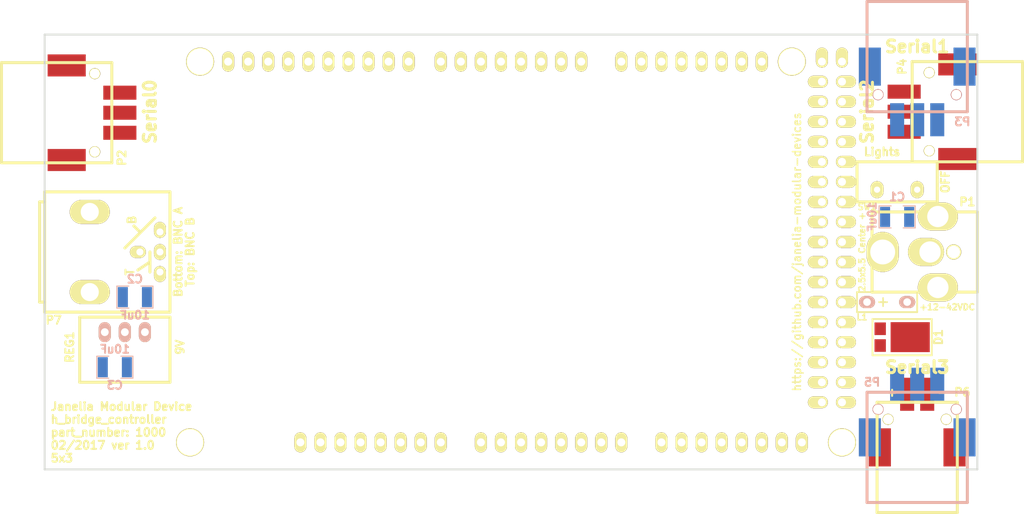
<source format=kicad_pcb>
(kicad_pcb (version 20170123) (host pcbnew no-vcs-found-7571~57~ubuntu16.04.1)

  (general
    (links 34)
    (no_connects 34)
    (area 93.230699 75.196699 211.569301 130.543301)
    (thickness 1.6)
    (drawings 16)
    (tracks 0)
    (zones 0)
    (modules 15)
    (nets 16)
  )

  (page A4)
  (title_block
    (title h_bridge_controller_5x3)
    (rev 1.0)
  )

  (layers
    (0 F.Cu signal)
    (31 B.Cu signal)
    (32 B.Adhes user)
    (33 F.Adhes user)
    (34 B.Paste user)
    (35 F.Paste user)
    (36 B.SilkS user)
    (37 F.SilkS user)
    (38 B.Mask user)
    (39 F.Mask user)
    (40 Dwgs.User user hide)
    (41 Cmts.User user)
    (42 Eco1.User user)
    (43 Eco2.User user)
    (44 Edge.Cuts user)
    (45 Margin user)
    (46 B.CrtYd user)
    (47 F.CrtYd user)
    (48 B.Fab user)
    (49 F.Fab user)
  )

  (setup
    (last_trace_width 0.254)
    (trace_clearance 0.0254)
    (zone_clearance 0.2032)
    (zone_45_only no)
    (trace_min 0.254)
    (segment_width 0.2286)
    (edge_width 0.2286)
    (via_size 0.889)
    (via_drill 0.635)
    (via_min_size 0.889)
    (via_min_drill 0.508)
    (uvia_size 0.508)
    (uvia_drill 0.127)
    (uvias_allowed no)
    (uvia_min_size 0.508)
    (uvia_min_drill 0.127)
    (pcb_text_width 0.3)
    (pcb_text_size 1.5 1.5)
    (mod_edge_width 0.381)
    (mod_text_size 1 1)
    (mod_text_width 0.15)
    (pad_size 1.016 4.4958)
    (pad_drill 0)
    (pad_to_mask_clearance 0)
    (aux_axis_origin 0 0)
    (visible_elements FFFFF77F)
    (pcbplotparams
      (layerselection 0x000f0_ffffffff)
      (usegerberextensions true)
      (excludeedgelayer false)
      (linewidth 0.100000)
      (plotframeref false)
      (viasonmask false)
      (mode 1)
      (useauxorigin false)
      (hpglpennumber 1)
      (hpglpenspeed 20)
      (hpglpendiameter 15)
      (psnegative false)
      (psa4output false)
      (plotreference true)
      (plotvalue true)
      (plotinvisibletext false)
      (padsonsilk false)
      (subtractmaskfromsilk true)
      (outputformat 1)
      (mirror false)
      (drillshape 0)
      (scaleselection 1)
      (outputdirectory gerbers/))
  )

  (net 0 "")
  (net 1 VAA)
  (net 2 GND)
  (net 3 /V_IN)
  (net 4 /TX3)
  (net 5 /BNC_A)
  (net 6 /BNC_B)
  (net 7 /RX0)
  (net 8 /TX0)
  (net 9 /RX3)
  (net 10 /TX2)
  (net 11 /RX2)
  (net 12 /TX1)
  (net 13 /RX1)
  (net 14 /LED_GND)
  (net 15 VCC)

  (net_class Default "This is the default net class."
    (clearance 0.0254)
    (trace_width 0.254)
    (via_dia 0.889)
    (via_drill 0.635)
    (uvia_dia 0.508)
    (uvia_drill 0.127)
    (diff_pair_gap 0.254)
    (diff_pair_width 0.254)
  )

  (net_class GND ""
    (clearance 0.1016)
    (trace_width 0.4064)
    (via_dia 0.889)
    (via_drill 0.635)
    (uvia_dia 0.508)
    (uvia_drill 0.127)
    (diff_pair_gap 0.254)
    (diff_pair_width 0.254)
    (add_net /LED_GND)
    (add_net GND)
  )

  (net_class LEDPOWER ""
    (clearance 0.254)
    (trace_width 0.6096)
    (via_dia 0.889)
    (via_drill 0.635)
    (uvia_dia 0.508)
    (uvia_drill 0.127)
    (diff_pair_gap 0.254)
    (diff_pair_width 0.254)
  )

  (net_class POWER ""
    (clearance 0.254)
    (trace_width 0.8128)
    (via_dia 0.889)
    (via_drill 0.635)
    (uvia_dia 0.508)
    (uvia_drill 0.127)
    (diff_pair_gap 0.254)
    (diff_pair_width 0.254)
    (add_net /V_IN)
    (add_net VAA)
    (add_net VCC)
  )

  (net_class SIGNAL ""
    (clearance 0.1016)
    (trace_width 0.4064)
    (via_dia 0.889)
    (via_drill 0.635)
    (uvia_dia 0.508)
    (uvia_drill 0.127)
    (diff_pair_gap 0.254)
    (diff_pair_width 0.254)
    (add_net /BNC_A)
    (add_net /BNC_B)
    (add_net /RX0)
    (add_net /RX1)
    (add_net /RX2)
    (add_net /RX3)
    (add_net /TX0)
    (add_net /TX1)
    (add_net /TX2)
    (add_net /TX3)
  )

  (net_class SUPERPOWER ""
    (clearance 0.254)
    (trace_width 1.2192)
    (via_dia 0.889)
    (via_drill 0.635)
    (uvia_dia 0.508)
    (uvia_drill 0.127)
    (diff_pair_gap 0.254)
    (diff_pair_width 0.254)
  )

  (module h_bridge_controller_5x3:ARDUINO_MEGA_SHIELD (layer F.Cu) (tedit 56D06BD8) (tstamp 5488C98D)
    (at 97.79 129.54)
    (path /54AD3990)
    (fp_text reference ARDUINO1 (at 26.035 -41.275) (layer F.SilkS) hide
      (effects (font (thickness 0.3048)))
    )
    (fp_text value ARDUINO_MEGA (at 25.4 -38.1) (layer F.SilkS) hide
      (effects (font (thickness 0.3048)))
    )
    (fp_circle (center 66.04 -7.62) (end 66.04 -9.525) (layer Dwgs.User) (width 0.381))
    (fp_circle (center 66.04 -35.56) (end 66.04 -37.465) (layer Dwgs.User) (width 0.381))
    (fp_text user USB (at 3.81 -38.1) (layer F.SilkS) hide
      (effects (font (thickness 0.3048)))
    )
    (fp_line (start 62.23 -24.13) (end 67.31 -24.13) (layer Dwgs.User) (width 0.381))
    (fp_line (start 67.31 -24.13) (end 67.31 -31.75) (layer Dwgs.User) (width 0.381))
    (fp_line (start 67.31 -31.75) (end 62.23 -31.75) (layer Dwgs.User) (width 0.381))
    (fp_line (start 62.23 -31.75) (end 62.23 -24.13) (layer Dwgs.User) (width 0.381))
    (fp_line (start 14.605 -43.815) (end 14.605 -48.26) (layer Dwgs.User) (width 0.381))
    (fp_line (start 17.145 -48.895) (end 22.225 -48.895) (layer Dwgs.User) (width 0.381))
    (fp_line (start 22.225 -48.895) (end 22.225 -43.815) (layer Dwgs.User) (width 0.381))
    (fp_line (start 22.225 -43.815) (end 14.605 -43.815) (layer Dwgs.User) (width 0.381))
    (fp_circle (center 74.295 -27.94) (end 74.295 -31.115) (layer Dwgs.User) (width 0.381))
    (fp_line (start -6.35 -31.75) (end -6.35 -44.45) (layer Dwgs.User) (width 0.381))
    (fp_line (start -6.35 -44.45) (end 9.525 -44.45) (layer Dwgs.User) (width 0.381))
    (fp_line (start 9.525 -44.45) (end 9.525 -31.75) (layer Dwgs.User) (width 0.381))
    (fp_line (start 9.525 -31.75) (end -6.35 -31.75) (layer Dwgs.User) (width 0.381))
    (fp_line (start 66.04 -0.635) (end 66.04 0) (layer Dwgs.User) (width 0.381))
    (fp_line (start 67.31 -3.81) (end 68.58 -5.08) (layer Dwgs.User) (width 0.381))
    (fp_line (start -2.54 -3.175) (end -2.54 -13.335) (layer Dwgs.User) (width 0.381))
    (fp_line (start -2.54 -13.335) (end 11.43 -13.335) (layer Dwgs.User) (width 0.381))
    (fp_line (start 11.43 -13.335) (end 11.43 -3.175) (layer Dwgs.User) (width 0.381))
    (fp_line (start 11.43 -3.175) (end -2.54 -3.175) (layer Dwgs.User) (width 0.381))
    (fp_line (start 64.77 -53.34) (end 66.04 -52.07) (layer Dwgs.User) (width 0.381))
    (fp_line (start 66.04 -52.07) (end 66.04 -40.64) (layer Dwgs.User) (width 0.381))
    (fp_line (start 66.04 -40.64) (end 68.58 -38.1) (layer Dwgs.User) (width 0.381))
    (fp_line (start 68.58 -38.1) (end 68.58 -5.08) (layer Dwgs.User) (width 0.381))
    (fp_line (start 0 0) (end 0 -53.34) (layer Dwgs.User) (width 0.381))
    (fp_line (start 0 -53.34) (end 96.52 -53.34) (layer Dwgs.User) (width 0.381))
    (fp_line (start 96.52 -53.34) (end 99.06 -50.8) (layer Dwgs.User) (width 0.381))
    (fp_line (start 99.06 -50.8) (end 99.06 -40.64) (layer Dwgs.User) (width 0.381))
    (fp_line (start 99.06 -40.64) (end 101.6 -38.1) (layer Dwgs.User) (width 0.381))
    (fp_line (start 101.6 -38.1) (end 101.6 -3.81) (layer Dwgs.User) (width 0.381))
    (fp_line (start 101.6 -3.81) (end 99.06 -1.27) (layer Dwgs.User) (width 0.381))
    (fp_line (start 99.06 -1.27) (end 99.06 0) (layer Dwgs.User) (width 0.381))
    (fp_line (start 99.06 0) (end 0 0) (layer Dwgs.User) (width 0.381))
    (pad "" thru_hole circle (at 13.97 -2.54) (size 3.556 3.556) (drill 3.302) (layers *.Cu *.Mask F.SilkS)
      (solder_mask_margin 0.1016) (clearance 0.1016))
    (pad "" thru_hole circle (at 15.24 -50.8) (size 3.556 3.556) (drill 3.302) (layers *.Cu *.Mask F.SilkS)
      (solder_mask_margin 0.1016) (clearance 0.1016))
    (pad "" thru_hole circle (at 96.52 -2.54) (size 3.556 3.556) (drill 3.302) (layers *.Cu *.Mask F.SilkS)
      (solder_mask_margin 0.1016) (clearance 0.1016))
    (pad "" thru_hole circle (at 90.17 -50.8) (size 3.556 3.556) (drill 3.302) (layers *.Cu *.Mask F.SilkS)
      (solder_mask_margin 0.1016) (clearance 0.1016))
    (pad NC thru_hole oval (at 27.94 -2.54 90) (size 2.54 1.524) (drill 1.016) (layers *.Cu *.Mask F.SilkS))
    (pad IREF thru_hole oval (at 30.48 -2.54 90) (size 2.54 1.524) (drill 1.016) (layers *.Cu *.Mask F.SilkS))
    (pad RST thru_hole oval (at 33.02 -2.54 90) (size 2.54 1.524) (drill 1.016) (layers *.Cu *.Mask F.SilkS))
    (pad 3V3 thru_hole oval (at 35.56 -2.54 90) (size 2.54 1.524) (drill 1.016) (layers *.Cu *.Mask F.SilkS))
    (pad 5V_1 thru_hole oval (at 38.1 -2.54 90) (size 2.54 1.524) (drill 1.016) (layers *.Cu *.Mask F.SilkS))
    (pad GND1 thru_hole oval (at 40.64 -2.54 90) (size 2.54 1.524) (drill 1.016) (layers *.Cu *.Mask F.SilkS)
      (net 2 GND))
    (pad GND2 thru_hole oval (at 43.18 -2.54 90) (size 2.54 1.524) (drill 1.016) (layers *.Cu *.Mask F.SilkS)
      (net 2 GND))
    (pad V_IN thru_hole oval (at 45.72 -2.54 90) (size 2.54 1.524) (drill 1.016) (layers *.Cu *.Mask F.SilkS)
      (net 3 /V_IN))
    (pad A0 thru_hole oval (at 50.8 -2.54 90) (size 2.54 1.524) (drill 1.016) (layers *.Cu *.Mask F.SilkS))
    (pad A1 thru_hole oval (at 53.34 -2.54 90) (size 2.54 1.524) (drill 1.016) (layers *.Cu *.Mask F.SilkS))
    (pad A2 thru_hole oval (at 55.88 -2.54 90) (size 2.54 1.524) (drill 1.016) (layers *.Cu *.Mask F.SilkS))
    (pad A3 thru_hole oval (at 58.42 -2.54 90) (size 2.54 1.524) (drill 1.016) (layers *.Cu *.Mask F.SilkS))
    (pad A4 thru_hole oval (at 60.96 -2.54 90) (size 2.54 1.524) (drill 1.016) (layers *.Cu *.Mask F.SilkS))
    (pad A5 thru_hole oval (at 63.5 -2.54 90) (size 2.54 1.524) (drill 1.016) (layers *.Cu *.Mask F.SilkS))
    (pad A6 thru_hole oval (at 66.04 -2.54 90) (size 2.54 1.524) (drill 1.016) (layers *.Cu *.Mask F.SilkS))
    (pad A7 thru_hole oval (at 68.58 -2.54 90) (size 2.54 1.524) (drill 1.016) (layers *.Cu *.Mask F.SilkS))
    (pad A8 thru_hole oval (at 73.66 -2.54 90) (size 2.54 1.524) (drill 1.016) (layers *.Cu *.Mask F.SilkS))
    (pad A9 thru_hole oval (at 76.2 -2.54 90) (size 2.54 1.524) (drill 1.016) (layers *.Cu *.Mask F.SilkS))
    (pad A10 thru_hole oval (at 78.74 -2.54 90) (size 2.54 1.524) (drill 1.016) (layers *.Cu *.Mask F.SilkS))
    (pad A11 thru_hole oval (at 81.28 -2.54 90) (size 2.54 1.524) (drill 1.016) (layers *.Cu *.Mask F.SilkS))
    (pad A12 thru_hole oval (at 83.82 -2.54 90) (size 2.54 1.524) (drill 1.016) (layers *.Cu *.Mask F.SilkS))
    (pad A13 thru_hole oval (at 86.36 -2.54 90) (size 2.54 1.524) (drill 1.016) (layers *.Cu *.Mask F.SilkS))
    (pad A14 thru_hole oval (at 88.9 -2.54 90) (size 2.54 1.524) (drill 1.016) (layers *.Cu *.Mask F.SilkS))
    (pad A15 thru_hole oval (at 91.44 -2.54 90) (size 2.54 1.524) (drill 1.016) (layers *.Cu *.Mask F.SilkS))
    (pad 21B thru_hole oval (at 18.796 -50.8 90) (size 2.54 1.524) (drill 1.016) (layers *.Cu *.Mask F.SilkS))
    (pad 20B thru_hole oval (at 21.336 -50.8 90) (size 2.54 1.524) (drill 1.016) (layers *.Cu *.Mask F.SilkS))
    (pad AREF thru_hole oval (at 23.876 -50.8 90) (size 2.54 1.524) (drill 1.016) (layers *.Cu *.Mask F.SilkS))
    (pad GND3 thru_hole oval (at 26.416 -50.8 90) (size 2.54 1.524) (drill 1.016) (layers *.Cu *.Mask F.SilkS))
    (pad 13 thru_hole oval (at 28.956 -50.8 90) (size 2.54 1.524) (drill 1.016) (layers *.Cu *.Mask F.SilkS))
    (pad 12 thru_hole oval (at 31.496 -50.8 90) (size 2.54 1.524) (drill 1.016) (layers *.Cu *.Mask F.SilkS))
    (pad 11 thru_hole oval (at 34.036 -50.8 90) (size 2.54 1.524) (drill 1.016) (layers *.Cu *.Mask F.SilkS))
    (pad 10 thru_hole oval (at 36.576 -50.8 90) (size 2.54 1.524) (drill 1.016) (layers *.Cu *.Mask F.SilkS))
    (pad 9 thru_hole oval (at 39.116 -50.8 90) (size 2.54 1.524) (drill 1.016) (layers *.Cu *.Mask F.SilkS))
    (pad 8 thru_hole oval (at 41.656 -50.8 90) (size 2.54 1.524) (drill 1.016) (layers *.Cu *.Mask F.SilkS))
    (pad 7 thru_hole oval (at 45.72 -50.8 90) (size 2.54 1.524) (drill 1.016) (layers *.Cu *.Mask F.SilkS))
    (pad 0 thru_hole oval (at 63.5 -50.8 90) (size 2.54 1.524) (drill 1.016) (layers *.Cu *.Mask F.SilkS)
      (net 7 /RX0))
    (pad 1 thru_hole oval (at 60.96 -50.8 90) (size 2.54 1.524) (drill 1.016) (layers *.Cu *.Mask F.SilkS)
      (net 8 /TX0))
    (pad 2 thru_hole oval (at 58.42 -50.8 90) (size 2.54 1.524) (drill 1.016) (layers *.Cu *.Mask F.SilkS)
      (net 5 /BNC_A))
    (pad 3 thru_hole oval (at 55.88 -50.8 90) (size 2.54 1.524) (drill 1.016) (layers *.Cu *.Mask F.SilkS)
      (net 6 /BNC_B))
    (pad 4 thru_hole oval (at 53.34 -50.8 90) (size 2.54 1.524) (drill 1.016) (layers *.Cu *.Mask F.SilkS))
    (pad 5 thru_hole oval (at 50.8 -50.8 90) (size 2.54 1.524) (drill 1.016) (layers *.Cu *.Mask F.SilkS))
    (pad 6 thru_hole oval (at 48.26 -50.8 90) (size 2.54 1.524) (drill 1.016) (layers *.Cu *.Mask F.SilkS))
    (pad 14 thru_hole oval (at 68.58 -50.8 90) (size 2.54 1.524) (drill 1.016) (layers *.Cu *.Mask F.SilkS)
      (net 4 /TX3))
    (pad 15 thru_hole oval (at 71.12 -50.8 90) (size 2.54 1.524) (drill 1.016) (layers *.Cu *.Mask F.SilkS)
      (net 9 /RX3))
    (pad 16 thru_hole oval (at 73.66 -50.8 90) (size 2.54 1.524) (drill 1.016) (layers *.Cu *.Mask F.SilkS)
      (net 10 /TX2))
    (pad 17 thru_hole oval (at 76.2 -50.8 90) (size 2.54 1.524) (drill 1.016) (layers *.Cu *.Mask F.SilkS)
      (net 11 /RX2))
    (pad 18 thru_hole oval (at 78.74 -50.8 90) (size 2.54 1.524) (drill 1.016) (layers *.Cu *.Mask F.SilkS)
      (net 12 /TX1))
    (pad 19 thru_hole oval (at 81.28 -50.8 90) (size 2.54 1.524) (drill 1.016) (layers *.Cu *.Mask F.SilkS)
      (net 13 /RX1))
    (pad 20 thru_hole oval (at 83.82 -50.8 90) (size 2.54 1.524) (drill 1.016) (layers *.Cu *.Mask F.SilkS))
    (pad 21 thru_hole oval (at 86.36 -50.8 90) (size 2.54 1.524) (drill 1.016) (layers *.Cu *.Mask F.SilkS))
    (pad 5V_4 thru_hole oval (at 93.98 -50.8 90) (size 2.54 1.524) (drill 1.016 (offset 0.508 0)) (layers *.Cu *.Mask F.SilkS))
    (pad 5V_5 thru_hole oval (at 96.52 -50.8 90) (size 2.54 1.524) (drill 1.016 (offset 0.508 0)) (layers *.Cu *.Mask F.SilkS))
    (pad 22 thru_hole oval (at 93.98 -48.26 90) (size 1.524 2.54) (drill 1.016 (offset 0 -0.508)) (layers *.Cu *.Mask F.SilkS))
    (pad 23 thru_hole oval (at 96.52 -48.26 90) (size 1.524 2.54) (drill 1.016 (offset 0 0.508)) (layers *.Cu *.Mask F.SilkS))
    (pad 24 thru_hole oval (at 93.98 -45.72 90) (size 1.524 2.54) (drill 1.016 (offset 0 -0.508)) (layers *.Cu *.Mask F.SilkS))
    (pad 25 thru_hole oval (at 96.52 -45.72 90) (size 1.524 2.54) (drill 1.016 (offset 0 0.508)) (layers *.Cu *.Mask F.SilkS))
    (pad 26 thru_hole oval (at 93.98 -43.18 90) (size 1.524 2.54) (drill 1.016 (offset 0 -0.508)) (layers *.Cu *.Mask F.SilkS))
    (pad 27 thru_hole oval (at 96.52 -43.18 90) (size 1.524 2.54) (drill 1.016 (offset 0 0.508)) (layers *.Cu *.Mask F.SilkS))
    (pad 28 thru_hole oval (at 93.98 -40.64 90) (size 1.524 2.54) (drill 1.016 (offset 0 -0.508)) (layers *.Cu *.Mask F.SilkS))
    (pad 29 thru_hole oval (at 96.52 -40.64 90) (size 1.524 2.54) (drill 1.016 (offset 0 0.508)) (layers *.Cu *.Mask F.SilkS))
    (pad 30 thru_hole oval (at 93.98 -38.1 90) (size 1.524 2.54) (drill 1.016 (offset 0 -0.508)) (layers *.Cu *.Mask F.SilkS))
    (pad 31 thru_hole oval (at 96.52 -38.1 90) (size 1.524 2.54) (drill 1.016 (offset 0 0.508)) (layers *.Cu *.Mask F.SilkS))
    (pad 32 thru_hole oval (at 93.98 -35.56 90) (size 1.524 2.54) (drill 1.016 (offset 0 -0.508)) (layers *.Cu *.Mask F.SilkS))
    (pad 33 thru_hole oval (at 96.52 -35.56 90) (size 1.524 2.54) (drill 1.016 (offset 0 0.508)) (layers *.Cu *.Mask F.SilkS))
    (pad 34 thru_hole oval (at 93.98 -33.02 90) (size 1.524 2.54) (drill 1.016 (offset 0 -0.508)) (layers *.Cu *.Mask F.SilkS))
    (pad 35 thru_hole oval (at 96.52 -33.02 90) (size 1.524 2.54) (drill 1.016 (offset 0 0.508)) (layers *.Cu *.Mask F.SilkS))
    (pad 36 thru_hole oval (at 93.98 -30.48 90) (size 1.524 2.54) (drill 1.016 (offset 0 -0.508)) (layers *.Cu *.Mask F.SilkS))
    (pad 37 thru_hole oval (at 96.52 -30.48 90) (size 1.524 2.54) (drill 1.016 (offset 0 0.508)) (layers *.Cu *.Mask F.SilkS))
    (pad 38 thru_hole oval (at 93.98 -27.94 90) (size 1.524 2.54) (drill 1.016 (offset 0 -0.508)) (layers *.Cu *.Mask F.SilkS))
    (pad 39 thru_hole oval (at 96.52 -27.94 90) (size 1.524 2.54) (drill 1.016 (offset 0 0.508)) (layers *.Cu *.Mask F.SilkS))
    (pad 40 thru_hole oval (at 93.98 -25.4 90) (size 1.524 2.54) (drill 1.016 (offset 0 -0.508)) (layers *.Cu *.Mask F.SilkS))
    (pad 41 thru_hole oval (at 96.52 -25.4 90) (size 1.524 2.54) (drill 1.016 (offset 0 0.508)) (layers *.Cu *.Mask F.SilkS))
    (pad 42 thru_hole oval (at 93.98 -22.86 90) (size 1.524 2.54) (drill 1.016 (offset 0 -0.508)) (layers *.Cu *.Mask F.SilkS))
    (pad 43 thru_hole oval (at 96.52 -22.86 90) (size 1.524 2.54) (drill 1.016 (offset 0 0.508)) (layers *.Cu *.Mask F.SilkS))
    (pad 44 thru_hole oval (at 93.98 -20.32 90) (size 1.524 2.54) (drill 1.016 (offset 0 -0.508)) (layers *.Cu *.Mask F.SilkS))
    (pad 45 thru_hole oval (at 96.52 -20.32 90) (size 1.524 2.54) (drill 1.016 (offset 0 0.508)) (layers *.Cu *.Mask F.SilkS))
    (pad 46 thru_hole oval (at 93.98 -17.78 90) (size 1.524 2.54) (drill 1.016 (offset 0 -0.508)) (layers *.Cu *.Mask F.SilkS))
    (pad 47 thru_hole oval (at 96.52 -17.78 90) (size 1.524 2.54) (drill 1.016 (offset 0 0.508)) (layers *.Cu *.Mask F.SilkS))
    (pad 48 thru_hole oval (at 93.98 -15.24 90) (size 1.524 2.54) (drill 1.016 (offset 0 -0.508)) (layers *.Cu *.Mask F.SilkS))
    (pad 49 thru_hole oval (at 96.52 -15.24 90) (size 1.524 2.54) (drill 1.016 (offset 0 0.508)) (layers *.Cu *.Mask F.SilkS))
    (pad 50 thru_hole oval (at 93.98 -12.7 90) (size 1.524 2.54) (drill 1.016 (offset 0 -0.508)) (layers *.Cu *.Mask F.SilkS))
    (pad 51 thru_hole oval (at 96.52 -12.7 90) (size 1.524 2.54) (drill 1.016 (offset 0 0.508)) (layers *.Cu *.Mask F.SilkS))
    (pad 52 thru_hole oval (at 93.98 -10.16 90) (size 1.524 2.54) (drill 1.016 (offset 0 -0.508)) (layers *.Cu *.Mask F.SilkS))
    (pad 53 thru_hole oval (at 96.52 -10.16 90) (size 1.524 2.54) (drill 1.016 (offset 0 0.508)) (layers *.Cu *.Mask F.SilkS))
    (pad GND4 thru_hole oval (at 93.98 -7.62 90) (size 1.524 2.54) (drill 1.016 (offset 0 -0.508)) (layers *.Cu *.Mask F.SilkS))
    (pad GND5 thru_hole oval (at 96.52 -7.62 90) (size 1.524 2.54) (drill 1.016 (offset 0 0.508)) (layers *.Cu *.Mask F.SilkS))
  )

  (module h_bridge_controller_5x3:DC_DC_CONV_R78C (layer F.Cu) (tedit 587928A4) (tstamp 5480CA49)
    (at 103.505 113.03 180)
    (path /58790DAF)
    (fp_text reference REG1 (at 6.985 -1.905 270) (layer F.SilkS)
      (effects (font (size 1.016 1.016) (thickness 0.254)))
    )
    (fp_text value CONV_DC_DC_9V_1A (at 6.858 -2.286 270) (layer F.SilkS) hide
      (effects (font (size 1.016 1.016) (thickness 0.254)))
    )
    (fp_line (start 5.715 1.905) (end 5.715 -6.35) (layer F.SilkS) (width 0.381))
    (fp_line (start 5.715 -6.35) (end -5.715 -6.35) (layer F.SilkS) (width 0.381))
    (fp_line (start -5.715 -6.35) (end -5.715 1.905) (layer F.SilkS) (width 0.381))
    (fp_line (start -5.715 1.905) (end 5.715 1.905) (layer F.SilkS) (width 0.381))
    (pad 2 thru_hole oval (at 0 0 180) (size 1.524 2.54) (drill 0.9906) (layers *.Cu *.SilkS *.Mask)
      (net 2 GND))
    (pad 3 thru_hole oval (at 2.54 0 180) (size 1.524 2.54) (drill 0.9906) (layers *.Cu *.SilkS *.Mask)
      (net 3 /V_IN))
    (pad 1 thru_hole oval (at -2.54 0 180) (size 1.524 2.54) (drill 0.9906) (layers *.Cu *.SilkS *.Mask)
      (net 1 VAA))
  )

  (module h_bridge_controller_5x3:DCJACK_2PIN_HIGHCURRENT (layer F.Cu) (tedit 58792818) (tstamp 5480C9FD)
    (at 211.455 102.87 270)
    (path /5488FCDE)
    (fp_text reference P1 (at -6.35 1.27) (layer F.SilkS)
      (effects (font (size 1.016 1.016) (thickness 0.254)))
    )
    (fp_text value PWR_JACK_2.5x5.5 (at -6.35 10.795) (layer F.SilkS) hide
      (effects (font (size 1.016 1.016) (thickness 0.254)))
    )
    (fp_line (start -5.08 13.335) (end 5.08 13.335) (layer F.SilkS) (width 0.381))
    (fp_line (start 5.08 13.335) (end 5.08 0) (layer F.SilkS) (width 0.381))
    (fp_line (start -5.08 13.335) (end -5.08 0) (layer F.SilkS) (width 0.381))
    (fp_line (start -5.08 0) (end 5.08 0) (layer F.SilkS) (width 0.381))
    (pad "" thru_hole circle (at 0 2.9972 270) (size 1.9304 1.9304) (drill 1.6002) (layers *.Cu *.Mask F.SilkS))
    (pad 2 thru_hole oval (at 0 5.9944 270) (size 3.556 4.572) (drill 2.6924 (offset 0 0.508)) (layers *.Cu *.Mask F.SilkS)
      (net 2 GND))
    (pad 1 thru_hole oval (at 0 11.9888 270) (size 5.08 4.064) (drill 3.1496) (layers *.Cu *.Mask F.SilkS)
      (net 1 VAA))
    (pad "" thru_hole oval (at -4.4958 5.0038 270) (size 3.556 5.08) (drill 2.6924) (layers *.Cu *.Mask F.SilkS))
    (pad "" thru_hole oval (at 4.4958 5.0038 270) (size 3.556 5.08) (drill 2.6924) (layers *.Cu *.Mask F.SilkS))
  )

  (module h_bridge_controller_5x3:BNC_DOUBLE (layer F.Cu) (tedit 5879288C) (tstamp 56CF966E)
    (at 99.06 102.87 90)
    (path /54ADBC63)
    (fp_text reference P7 (at -8.636 -4.572) (layer F.SilkS)
      (effects (font (size 1.016 1.016) (thickness 0.254)))
    )
    (fp_text value BNC_DOUBLE_RA (at -8.636 0 180) (layer F.SilkS) hide
      (effects (font (size 1.016 1.016) (thickness 0.254)))
    )
    (fp_text user "Top: BNC B" (at 0 12.7 90) (layer F.SilkS)
      (effects (font (size 1.016 1.016) (thickness 0.254)))
    )
    (fp_text user "Bottom: BNC A" (at 0 11.176 90) (layer F.SilkS)
      (effects (font (size 1.016 1.016) (thickness 0.254)))
    )
    (fp_line (start 2.54 6.35) (end 3.302 5.588) (layer F.SilkS) (width 0.381))
    (fp_line (start -1.27 7.62) (end -2.286 6.096) (layer F.SilkS) (width 0.381))
    (fp_line (start -6.35 -5.715) (end -6.35 -6.35) (layer F.SilkS) (width 0.381))
    (fp_line (start -6.35 -6.35) (end 6.35 -6.35) (layer F.SilkS) (width 0.381))
    (fp_line (start 6.35 -6.35) (end 6.35 -5.715) (layer F.SilkS) (width 0.381))
    (fp_line (start -7.62 -5.715) (end -7.62 10.16) (layer F.SilkS) (width 0.381))
    (fp_line (start -7.62 10.16) (end 7.62 10.16) (layer F.SilkS) (width 0.381))
    (fp_line (start 7.62 10.16) (end 7.62 -5.715) (layer F.SilkS) (width 0.381))
    (fp_line (start 7.62 -5.715) (end -7.62 -5.715) (layer F.SilkS) (width 0.381))
    (fp_text user B (at 4.064 5.334 90) (layer F.SilkS)
      (effects (font (size 1.016 1.016) (thickness 0.254)))
    )
    (fp_line (start 4.318 8.255) (end 0.508 4.445) (layer F.SilkS) (width 0.381))
    (fp_text user T (at -2.54 5.08 90) (layer F.SilkS)
      (effects (font (size 1.016 1.016) (thickness 0.254)))
    )
    (fp_line (start 0 7.62) (end -2.54 7.62) (layer F.SilkS) (width 0.381))
    (pad "" thru_hole oval (at -5.08 0 90) (size 3.048 5.08) (drill 2.286) (layers *.Cu *.Mask F.SilkS))
    (pad "" thru_hole oval (at 5.08 0 90) (size 3.048 5.08) (drill 2.286) (layers *.Cu *.Mask F.SilkS))
    (pad 1 thru_hole oval (at 0 6.35 90) (size 1.524 2.032) (drill 0.889 (offset 0 -0.254)) (layers *.Cu *.Mask F.SilkS)
      (net 5 /BNC_A))
    (pad 3 thru_hole oval (at 0 8.89 90) (size 2.032 1.524) (drill 0.889) (layers *.Cu *.Mask F.SilkS)
      (net 6 /BNC_B))
    (pad 2 thru_hole oval (at 2.54 8.89 90) (size 2.032 1.524) (drill 0.889 (offset 0.254 0)) (layers *.Cu *.Mask F.SilkS)
      (net 2 GND))
    (pad 4 thru_hole oval (at -2.54 8.89 90) (size 2.032 1.524) (drill 0.889 (offset -0.254 0)) (layers *.Cu *.Mask F.SilkS)
      (net 2 GND))
  )

  (module h_bridge_controller_5x3:SPST_SLIDE_AS (layer F.Cu) (tedit 58792865) (tstamp 56CFA2C6)
    (at 201.295 93.98 90)
    (path /56CFEB9B)
    (fp_text reference SW1 (at -3.175 -3.81 180) (layer F.SilkS)
      (effects (font (size 0.762 0.762) (thickness 0.1905)))
    )
    (fp_text value SPST_SLIDE_AS (at 3.81 0 180) (layer F.SilkS) hide
      (effects (font (size 1.016 1.016) (thickness 0.254)))
    )
    (fp_text user OFF (at 0 6.096 90) (layer F.SilkS)
      (effects (font (size 1.016 1.016) (thickness 0.254)))
    )
    (fp_text user ON (at 0 -5.969 90) (layer F.SilkS) hide
      (effects (font (size 1.016 1.016) (thickness 0.254)))
    )
    (fp_line (start -2.54 -5.08) (end 2.54 -5.08) (layer F.SilkS) (width 0.381))
    (fp_line (start 2.54 -5.08) (end 2.54 5.08) (layer F.SilkS) (width 0.381))
    (fp_line (start 2.54 5.08) (end -2.54 5.08) (layer F.SilkS) (width 0.381))
    (fp_line (start -2.54 5.08) (end -2.54 -5.08) (layer F.SilkS) (width 0.381))
    (pad 1 thru_hole oval (at -0.9906 -2.54 90) (size 2.159 1.651) (drill 0.7874) (layers *.Cu *.Mask F.SilkS)
      (net 2 GND))
    (pad 3 thru_hole oval (at -0.9906 2.54 90) (size 2.159 1.651) (drill 0.7874) (layers *.Cu *.Mask F.SilkS)
      (net 14 /LED_GND))
  )

  (module h_bridge_controller_5x3:Header_3_Pin_SMD_RA (layer F.Cu) (tedit 56D07500) (tstamp 56CF961B)
    (at 96.139 85.217 90)
    (path /56CE8FE8)
    (fp_text reference P2 (at -5.715 6.985 90) (layer F.SilkS)
      (effects (font (size 1.016 1.016) (thickness 0.254)))
    )
    (fp_text value HEADER_01X03_SMD_RA (at 0.635 -3.81 90) (layer F.SilkS) hide
      (effects (font (thickness 0.3048)))
    )
    (fp_line (start -6.35 -8.255) (end 6.35 -8.255) (layer F.SilkS) (width 0.381))
    (fp_line (start 6.35 -8.255) (end 6.35 5.715) (layer F.SilkS) (width 0.381))
    (fp_line (start -6.35 -8.255) (end -6.35 5.715) (layer F.SilkS) (width 0.381))
    (fp_line (start -6.35 5.715) (end 6.35 5.715) (layer F.SilkS) (width 0.381))
    (pad 1 smd rect (at -2.54 6.731 90) (size 1.778 4.191) (layers F.Cu F.Paste F.Mask)
      (net 7 /RX0))
    (pad 2 smd rect (at 0 6.731 90) (size 1.778 4.191) (layers F.Cu F.Paste F.Mask)
      (net 2 GND))
    (pad 3 smd rect (at 2.54 6.731 90) (size 1.778 4.191) (layers F.Cu F.Paste F.Mask)
      (net 8 /TX0))
    (pad "" thru_hole circle (at -4.953 3.556 90) (size 1.397 1.397) (drill 1.1938) (layers *.Cu *.Mask F.SilkS)
      (solder_mask_margin 0.1016) (clearance 0.1016))
    (pad "" thru_hole circle (at 4.953 3.556 90) (size 1.397 1.397) (drill 1.1938) (layers *.Cu *.Mask F.SilkS)
      (solder_mask_margin 0.1016) (clearance 0.1016))
    (pad "" smd rect (at -5.9944 0 90) (size 2.794 4.826) (layers F.Cu F.Paste F.Mask)
      (solder_mask_margin 0.1016) (clearance 0.1016))
    (pad "" smd rect (at 5.9944 0 90) (size 2.794 4.826) (layers F.Cu F.Paste F.Mask)
      (solder_mask_margin 0.1016) (clearance 0.1016))
  )

  (module h_bridge_controller_5x3:Header_3_Pin_SMD_RA (layer B.Cu) (tedit 56D07500) (tstamp 56CF962C)
    (at 203.835 79.375 180)
    (path /56CEA77A)
    (fp_text reference P3 (at -5.715 -6.985 180) (layer B.SilkS)
      (effects (font (size 1.016 1.016) (thickness 0.254)) (justify mirror))
    )
    (fp_text value HEADER_01X03_SMD_RA (at 0.635 3.81 180) (layer B.SilkS) hide
      (effects (font (thickness 0.3048)) (justify mirror))
    )
    (fp_line (start -6.35 8.255) (end 6.35 8.255) (layer B.SilkS) (width 0.381))
    (fp_line (start 6.35 8.255) (end 6.35 -5.715) (layer B.SilkS) (width 0.381))
    (fp_line (start -6.35 8.255) (end -6.35 -5.715) (layer B.SilkS) (width 0.381))
    (fp_line (start -6.35 -5.715) (end 6.35 -5.715) (layer B.SilkS) (width 0.381))
    (pad 1 smd rect (at -2.54 -6.731 180) (size 1.778 4.191) (layers B.Cu B.Paste B.Mask)
      (net 13 /RX1))
    (pad 2 smd rect (at 0 -6.731 180) (size 1.778 4.191) (layers B.Cu B.Paste B.Mask)
      (net 2 GND))
    (pad 3 smd rect (at 2.54 -6.731 180) (size 1.778 4.191) (layers B.Cu B.Paste B.Mask)
      (net 12 /TX1))
    (pad "" thru_hole circle (at -4.953 -3.556 180) (size 1.397 1.397) (drill 1.1938) (layers *.Cu *.Mask B.SilkS)
      (solder_mask_margin 0.1016) (clearance 0.1016))
    (pad "" thru_hole circle (at 4.953 -3.556 180) (size 1.397 1.397) (drill 1.1938) (layers *.Cu *.Mask B.SilkS)
      (solder_mask_margin 0.1016) (clearance 0.1016))
    (pad "" smd rect (at -5.9944 0 180) (size 2.794 4.826) (layers B.Cu B.Paste B.Mask)
      (solder_mask_margin 0.1016) (clearance 0.1016))
    (pad "" smd rect (at 5.9944 0 180) (size 2.794 4.826) (layers B.Cu B.Paste B.Mask)
      (solder_mask_margin 0.1016) (clearance 0.1016))
  )

  (module h_bridge_controller_5x3:Header_3_Pin_SMD_RA (layer F.Cu) (tedit 56D07500) (tstamp 56CF963D)
    (at 208.915 85.09 270)
    (path /56CEA9F2)
    (fp_text reference P4 (at -5.715 6.985 270) (layer F.SilkS)
      (effects (font (size 1.016 1.016) (thickness 0.254)))
    )
    (fp_text value HEADER_01X03_SMD_RA (at 0.635 -3.81 270) (layer F.SilkS) hide
      (effects (font (thickness 0.3048)))
    )
    (fp_line (start -6.35 -8.255) (end 6.35 -8.255) (layer F.SilkS) (width 0.381))
    (fp_line (start 6.35 -8.255) (end 6.35 5.715) (layer F.SilkS) (width 0.381))
    (fp_line (start -6.35 -8.255) (end -6.35 5.715) (layer F.SilkS) (width 0.381))
    (fp_line (start -6.35 5.715) (end 6.35 5.715) (layer F.SilkS) (width 0.381))
    (pad 1 smd rect (at -2.54 6.731 270) (size 1.778 4.191) (layers F.Cu F.Paste F.Mask)
      (net 11 /RX2))
    (pad 2 smd rect (at 0 6.731 270) (size 1.778 4.191) (layers F.Cu F.Paste F.Mask)
      (net 2 GND))
    (pad 3 smd rect (at 2.54 6.731 270) (size 1.778 4.191) (layers F.Cu F.Paste F.Mask)
      (net 10 /TX2))
    (pad "" thru_hole circle (at -4.953 3.556 270) (size 1.397 1.397) (drill 1.1938) (layers *.Cu *.Mask F.SilkS)
      (solder_mask_margin 0.1016) (clearance 0.1016))
    (pad "" thru_hole circle (at 4.953 3.556 270) (size 1.397 1.397) (drill 1.1938) (layers *.Cu *.Mask F.SilkS)
      (solder_mask_margin 0.1016) (clearance 0.1016))
    (pad "" smd rect (at -5.9944 0 270) (size 2.794 4.826) (layers F.Cu F.Paste F.Mask)
      (solder_mask_margin 0.1016) (clearance 0.1016))
    (pad "" smd rect (at 5.9944 0 270) (size 2.794 4.826) (layers F.Cu F.Paste F.Mask)
      (solder_mask_margin 0.1016) (clearance 0.1016))
  )

  (module h_bridge_controller_5x3:Header_3_Pin_SMD_RA (layer B.Cu) (tedit 56D07500) (tstamp 56CF964E)
    (at 203.835 126.365)
    (path /56CEAAE8)
    (fp_text reference P5 (at -5.715 -6.985) (layer B.SilkS)
      (effects (font (size 1.016 1.016) (thickness 0.254)) (justify mirror))
    )
    (fp_text value HEADER_01X03_SMD_RA (at 0.635 3.81) (layer B.SilkS) hide
      (effects (font (thickness 0.3048)) (justify mirror))
    )
    (fp_line (start -6.35 8.255) (end 6.35 8.255) (layer B.SilkS) (width 0.381))
    (fp_line (start 6.35 8.255) (end 6.35 -5.715) (layer B.SilkS) (width 0.381))
    (fp_line (start -6.35 8.255) (end -6.35 -5.715) (layer B.SilkS) (width 0.381))
    (fp_line (start -6.35 -5.715) (end 6.35 -5.715) (layer B.SilkS) (width 0.381))
    (pad 1 smd rect (at -2.54 -6.731) (size 1.778 4.191) (layers B.Cu B.Paste B.Mask)
      (net 9 /RX3))
    (pad 2 smd rect (at 0 -6.731) (size 1.778 4.191) (layers B.Cu B.Paste B.Mask)
      (net 2 GND))
    (pad 3 smd rect (at 2.54 -6.731) (size 1.778 4.191) (layers B.Cu B.Paste B.Mask)
      (net 4 /TX3))
    (pad "" thru_hole circle (at -4.953 -3.556) (size 1.397 1.397) (drill 1.1938) (layers *.Cu *.Mask B.SilkS)
      (solder_mask_margin 0.1016) (clearance 0.1016))
    (pad "" thru_hole circle (at 4.953 -3.556) (size 1.397 1.397) (drill 1.1938) (layers *.Cu *.Mask B.SilkS)
      (solder_mask_margin 0.1016) (clearance 0.1016))
    (pad "" smd rect (at -5.9944 0) (size 2.794 4.826) (layers B.Cu B.Paste B.Mask)
      (solder_mask_margin 0.1016) (clearance 0.1016))
    (pad "" smd rect (at 5.9944 0) (size 2.794 4.826) (layers B.Cu B.Paste B.Mask)
      (solder_mask_margin 0.1016) (clearance 0.1016))
  )

  (module h_bridge_controller_5x3:Header_2_Pin_SMD_RA (layer F.Cu) (tedit 56D71283) (tstamp 56CF965F)
    (at 203.835 127.635 180)
    (path /56CF00ED)
    (fp_text reference P6 (at -5.715 6.985) (layer F.SilkS)
      (effects (font (size 1.016 1.016) (thickness 0.254)))
    )
    (fp_text value HEADER_01X02_SMD_RA (at 0.635 -3.81 180) (layer F.SilkS) hide
      (effects (font (thickness 0.3048)))
    )
    (fp_line (start -5.08 -8.255) (end 5.08 -8.255) (layer F.SilkS) (width 0.381))
    (fp_line (start 5.08 -8.255) (end 5.08 5.715) (layer F.SilkS) (width 0.381))
    (fp_line (start -5.08 -8.255) (end -5.08 5.715) (layer F.SilkS) (width 0.381))
    (fp_line (start -5.08 5.715) (end 5.08 5.715) (layer F.SilkS) (width 0.381))
    (pad 1 smd rect (at -1.27 6.731 180) (size 1.778 4.191) (layers F.Cu F.Paste F.Mask)
      (net 2 GND))
    (pad 2 smd rect (at 1.27 6.731 180) (size 1.778 4.191) (layers F.Cu F.Paste F.Mask)
      (net 15 VCC))
    (pad "" thru_hole circle (at -3.683 3.556 180) (size 1.397 1.397) (drill 1.1938) (layers *.Cu *.Mask F.SilkS)
      (solder_mask_margin 0.1016) (clearance 0.1016))
    (pad "" thru_hole circle (at 3.683 3.556 180) (size 1.397 1.397) (drill 1.1938) (layers *.Cu *.Mask F.SilkS)
      (solder_mask_margin 0.1016) (clearance 0.1016))
    (pad "" smd rect (at -4.7244 0 180) (size 2.794 4.826) (layers F.Cu F.Paste F.Mask)
      (solder_mask_margin 0.1016) (clearance 0.1016))
    (pad "" smd rect (at 4.7244 0 180) (size 2.794 4.826) (layers F.Cu F.Paste F.Mask)
      (solder_mask_margin 0.1016) (clearance 0.1016))
  )

  (module h_bridge_controller_5x3:LED_555-3XXX (layer F.Cu) (tedit 5891FF21) (tstamp 57041828)
    (at 200.025 109.22 90)
    (path /5702D59F)
    (fp_text reference L1 (at -1.905 -3.175) (layer F.SilkS)
      (effects (font (size 0.762 0.762) (thickness 0.1905)))
    )
    (fp_text value LED_24V (at 0 4.826 90) (layer F.SilkS) hide
      (effects (font (size 1.016 1.016) (thickness 0.254)))
    )
    (fp_line (start -0.508 -0.508) (end 0.508 -0.508) (layer F.SilkS) (width 0.2286))
    (fp_line (start 0 0) (end 0 -1.016) (layer F.SilkS) (width 0.2286))
    (fp_line (start -1.27 -3.81) (end 1.27 -3.81) (layer F.SilkS) (width 0.2286))
    (fp_line (start 1.27 -3.81) (end 1.27 3.81) (layer F.SilkS) (width 0.2286))
    (fp_line (start 1.27 3.81) (end -1.27 3.81) (layer F.SilkS) (width 0.2286))
    (fp_line (start -1.27 3.81) (end -1.27 -3.81) (layer F.SilkS) (width 0.2286))
    (pad 1 thru_hole oval (at 0 -2.54 90) (size 1.524 2.032) (drill 0.9652) (layers *.Cu *.SilkS *.Mask)
      (net 1 VAA))
    (pad 2 thru_hole oval (at 0 2.54 90) (size 1.524 2.032) (drill 0.9652) (layers *.Cu *.SilkS *.Mask)
      (net 14 /LED_GND))
  )

  (module h_bridge_controller_5x3:SM1210 (layer B.Cu) (tedit 5481F170) (tstamp 56D09E85)
    (at 102.235 117.475)
    (tags "CMS SM")
    (path /54892682)
    (attr smd)
    (fp_text reference C3 (at 0 2.286) (layer B.SilkS)
      (effects (font (size 1.016 1.016) (thickness 0.254)) (justify mirror))
    )
    (fp_text value 10uF (at 0 -2.286) (layer B.SilkS)
      (effects (font (size 1.016 1.016) (thickness 0.254)) (justify mirror))
    )
    (fp_line (start -0.762 1.397) (end -2.286 1.397) (layer B.SilkS) (width 0.127))
    (fp_line (start -2.286 1.397) (end -2.286 -1.397) (layer B.SilkS) (width 0.127))
    (fp_line (start -2.286 -1.397) (end -0.762 -1.397) (layer B.SilkS) (width 0.127))
    (fp_line (start 0.762 -1.397) (end 2.286 -1.397) (layer B.SilkS) (width 0.127))
    (fp_line (start 2.286 -1.397) (end 2.286 1.397) (layer B.SilkS) (width 0.127))
    (fp_line (start 2.286 1.397) (end 0.762 1.397) (layer B.SilkS) (width 0.127))
    (pad 1 smd rect (at -1.524 0) (size 1.27 2.54) (layers B.Cu B.Paste B.Mask)
      (net 3 /V_IN))
    (pad 2 smd rect (at 1.524 0) (size 1.27 2.54) (layers B.Cu B.Paste B.Mask)
      (net 2 GND))
    (model smd/chip_cms.wrl
      (at (xyz 0 0 0))
      (scale (xyz 0.17 0.2 0.17))
      (rotate (xyz 0 0 0))
    )
  )

  (module h_bridge_controller_5x3:SM1210 (layer B.Cu) (tedit 5481F170) (tstamp 5480C96F)
    (at 104.775 108.585 180)
    (tags "CMS SM")
    (path /548925C4)
    (attr smd)
    (fp_text reference C2 (at 0 2.286 180) (layer B.SilkS)
      (effects (font (size 1.016 1.016) (thickness 0.254)) (justify mirror))
    )
    (fp_text value 10uF (at 0 -2.286 180) (layer B.SilkS)
      (effects (font (size 1.016 1.016) (thickness 0.254)) (justify mirror))
    )
    (fp_line (start -0.762 1.397) (end -2.286 1.397) (layer B.SilkS) (width 0.127))
    (fp_line (start -2.286 1.397) (end -2.286 -1.397) (layer B.SilkS) (width 0.127))
    (fp_line (start -2.286 -1.397) (end -0.762 -1.397) (layer B.SilkS) (width 0.127))
    (fp_line (start 0.762 -1.397) (end 2.286 -1.397) (layer B.SilkS) (width 0.127))
    (fp_line (start 2.286 -1.397) (end 2.286 1.397) (layer B.SilkS) (width 0.127))
    (fp_line (start 2.286 1.397) (end 0.762 1.397) (layer B.SilkS) (width 0.127))
    (pad 1 smd rect (at -1.524 0 180) (size 1.27 2.54) (layers B.Cu B.Paste B.Mask)
      (net 1 VAA))
    (pad 2 smd rect (at 1.524 0 180) (size 1.27 2.54) (layers B.Cu B.Paste B.Mask)
      (net 2 GND))
    (model smd/chip_cms.wrl
      (at (xyz 0 0 0))
      (scale (xyz 0.17 0.2 0.17))
      (rotate (xyz 0 0 0))
    )
  )

  (module h_bridge_controller_5x3:SM1210 (layer B.Cu) (tedit 58935C64) (tstamp 5480C963)
    (at 201.295 98.425)
    (tags "CMS SM")
    (path /56D083E8)
    (attr smd)
    (fp_text reference C1 (at 0 -2.54) (layer B.SilkS)
      (effects (font (size 1.016 1.016) (thickness 0.254)) (justify mirror))
    )
    (fp_text value 10uF (at -3.175 0 90) (layer B.SilkS)
      (effects (font (size 1.016 1.016) (thickness 0.254)) (justify mirror))
    )
    (fp_line (start -0.762 1.397) (end -2.286 1.397) (layer B.SilkS) (width 0.127))
    (fp_line (start -2.286 1.397) (end -2.286 -1.397) (layer B.SilkS) (width 0.127))
    (fp_line (start -2.286 -1.397) (end -0.762 -1.397) (layer B.SilkS) (width 0.127))
    (fp_line (start 0.762 -1.397) (end 2.286 -1.397) (layer B.SilkS) (width 0.127))
    (fp_line (start 2.286 -1.397) (end 2.286 1.397) (layer B.SilkS) (width 0.127))
    (fp_line (start 2.286 1.397) (end 0.762 1.397) (layer B.SilkS) (width 0.127))
    (pad 1 smd rect (at -1.524 0) (size 1.27 2.54) (layers B.Cu B.Paste B.Mask)
      (net 1 VAA))
    (pad 2 smd rect (at 1.524 0) (size 1.27 2.54) (layers B.Cu B.Paste B.Mask)
      (net 2 GND))
    (model smd/chip_cms.wrl
      (at (xyz 0 0 0))
      (scale (xyz 0.17 0.2 0.17))
      (rotate (xyz 0 0 0))
    )
  )

  (module h_bridge_controller_5x3:CFP15 (layer F.Cu) (tedit 5879282B) (tstamp 58792270)
    (at 201.93 113.665 90)
    (path /587921BF)
    (fp_text reference D1 (at 0 4.6 90) (layer F.SilkS)
      (effects (font (size 1.016 1.016) (thickness 0.254)))
    )
    (fp_text value diode_schottky_45V_10A (at 0 -4.5 90) (layer F.SilkS) hide
      (effects (font (size 1.016 1.016) (thickness 0.254)))
    )
    (fp_line (start -2.3 -3.75) (end 2.3 -3.75) (layer F.SilkS) (width 0.2286))
    (fp_line (start 2.3 -3.75) (end 2.3 3.75) (layer F.SilkS) (width 0.2286))
    (fp_line (start 2.3 3.75) (end -2.3 3.75) (layer F.SilkS) (width 0.2286))
    (fp_line (start -2.3 3.75) (end -2.3 -3.75) (layer F.SilkS) (width 0.2286))
    (pad 1 smd rect (at 0 1.02 90) (size 3.8 4.96) (layers F.Cu F.Paste F.Mask)
      (net 15 VCC) (solder_mask_margin 0.1) (clearance 0.1))
    (pad 2 smd rect (at -1.065 -2.78 90) (size 1.6 1.44) (layers F.Cu F.Paste F.Mask)
      (net 1 VAA) (solder_mask_margin 0.1) (clearance 0.1))
    (pad 2 smd rect (at 1.065 -2.78 90) (size 1.6 1.44) (layers F.Cu F.Paste F.Mask)
      (net 1 VAA) (solder_mask_margin 0.1) (clearance 0.1))
  )

  (gr_text - (at 207.01 120.65) (layer F.SilkS)
    (effects (font (size 1.016 1.016) (thickness 0.254)))
  )
  (gr_text + (at 200.66 120.65) (layer F.SilkS)
    (effects (font (size 1.016 1.016) (thickness 0.254)))
  )
  (gr_text Lights (at 199.39 90.17) (layer F.SilkS)
    (effects (font (size 1.016 1.016) (thickness 0.254)))
  )
  (gr_text Serial3 (at 203.835 117.475) (layer F.SilkS)
    (effects (font (thickness 0.381)))
  )
  (gr_text Serial2 (at 197.485 85.09 90) (layer F.SilkS)
    (effects (font (thickness 0.381)))
  )
  (gr_text Serial1 (at 203.835 76.835) (layer F.SilkS)
    (effects (font (thickness 0.381)))
  )
  (gr_text Serial0 (at 106.68 85.09 90) (layer F.SilkS)
    (effects (font (thickness 0.381)))
  )
  (gr_text "2.5x5.5 Center +" (at 196.85 102.87 90) (layer F.SilkS)
    (effects (font (size 0.762 0.762) (thickness 0.1905)))
  )
  (gr_line (start 211.455 75.311) (end 93.345 75.311) (angle 90) (layer Edge.Cuts) (width 0.2286))
  (gr_line (start 211.455 130.429) (end 211.455 75.311) (angle 90) (layer Edge.Cuts) (width 0.2286))
  (gr_line (start 93.345 130.429) (end 211.455 130.429) (angle 90) (layer Edge.Cuts) (width 0.2286))
  (gr_line (start 93.345 75.311) (end 93.345 130.429) (angle 90) (layer Edge.Cuts) (width 0.2286))
  (gr_text 9V (at 110.49 114.935 90) (layer F.SilkS)
    (effects (font (size 1.016 1.016) (thickness 0.254)))
  )
  (gr_text +12-42VDC (at 207.645 109.855) (layer F.SilkS)
    (effects (font (size 0.762 0.762) (thickness 0.1905)))
  )
  (gr_text https://github.com/janelia-modular-devices (at 188.595 102.87 90) (layer F.SilkS)
    (effects (font (size 1.016 1.016) (thickness 0.1905)))
  )
  (gr_text "Janelia Modular Device\nh_bridge_controller\npart_number: 1000\n02/2017 ver 1.0\n5x3" (at 93.98 125.73) (layer F.SilkS)
    (effects (font (size 1.016 1.016) (thickness 0.254)) (justify left))
  )

)

</source>
